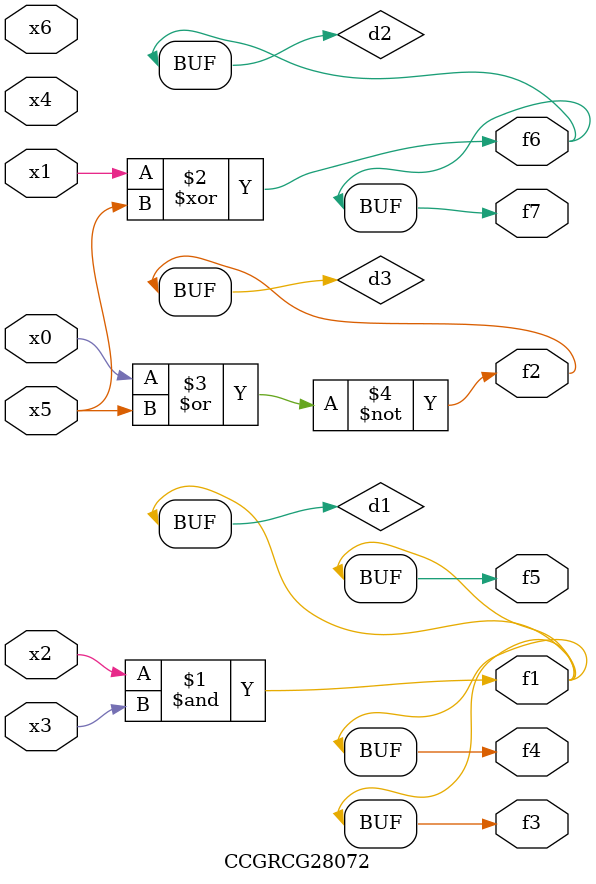
<source format=v>
module CCGRCG28072(
	input x0, x1, x2, x3, x4, x5, x6,
	output f1, f2, f3, f4, f5, f6, f7
);

	wire d1, d2, d3;

	and (d1, x2, x3);
	xor (d2, x1, x5);
	nor (d3, x0, x5);
	assign f1 = d1;
	assign f2 = d3;
	assign f3 = d1;
	assign f4 = d1;
	assign f5 = d1;
	assign f6 = d2;
	assign f7 = d2;
endmodule

</source>
